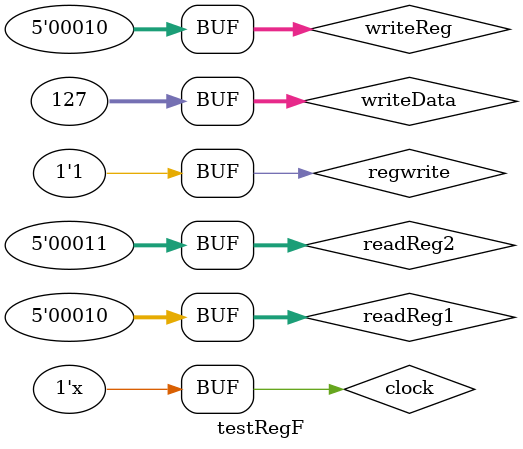
<source format=v>
`timescale 1ns / 1ps


module testRegF;

	// Inputs
	reg clock;
	reg regwrite;
	reg [4:0] readReg1;
	reg [4:0] readReg2;
	reg [4:0] writeReg;
	reg [31:0] writeData;
	wire [31:0]data1;
	wire [31:0]data2;
	
	// Instantiate the Unit Under Test (UUT)
	regfile uut (
		.clock(clock), 
		.regwrite(regwrite), 
		.readReg1(readReg1), 
		.readReg2(readReg2), 
		.writeReg(writeReg), 
		.writeData(writeData),
		.data1(data1),
		.data2(data2)
	);

	initial begin
		// Initialize Inputs
		clock = 0;
		regwrite = 1;
		readReg1 = 2;
		readReg2 = 3;
		writeReg = 3;
		writeData = 6;
		// Wait 100 ns for global reset to finish
		#100;
		regwrite = 2;
		writeReg = 8;
		#100;
	
		regwrite = 1;
		readReg1 = 2;
		readReg2 = 3;
		writeReg = 2;
		writeData = 127;
        
		// Add stimulus here

	end
   always#30 clock = ~clock;   
endmodule

</source>
